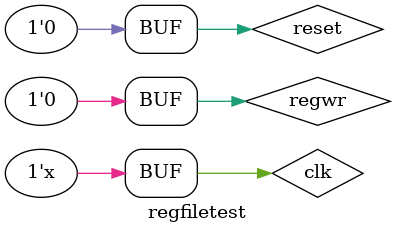
<source format=v>
module regfiletest;
  reg regwr,clk,reset;
  wire[31:0] busw;
  wire[4:0] rw,ra,rb;
  wire[31:0] busa,busb;
  RegFile r1(clk,reset,busw,regwr,rw,ra,rb,busa,busb);
  initial
  begin
    clk=0;
    reset=0;
    #100
    reset=1;
    regwr=0;
    #100
    reset=1;
    regwr=1;
    #100
    reset=0;
    regwr=1;
    #100
    reset=0;
    regwr=0;
  end
    always
    #500 clk=~clk;
endmodule

</source>
